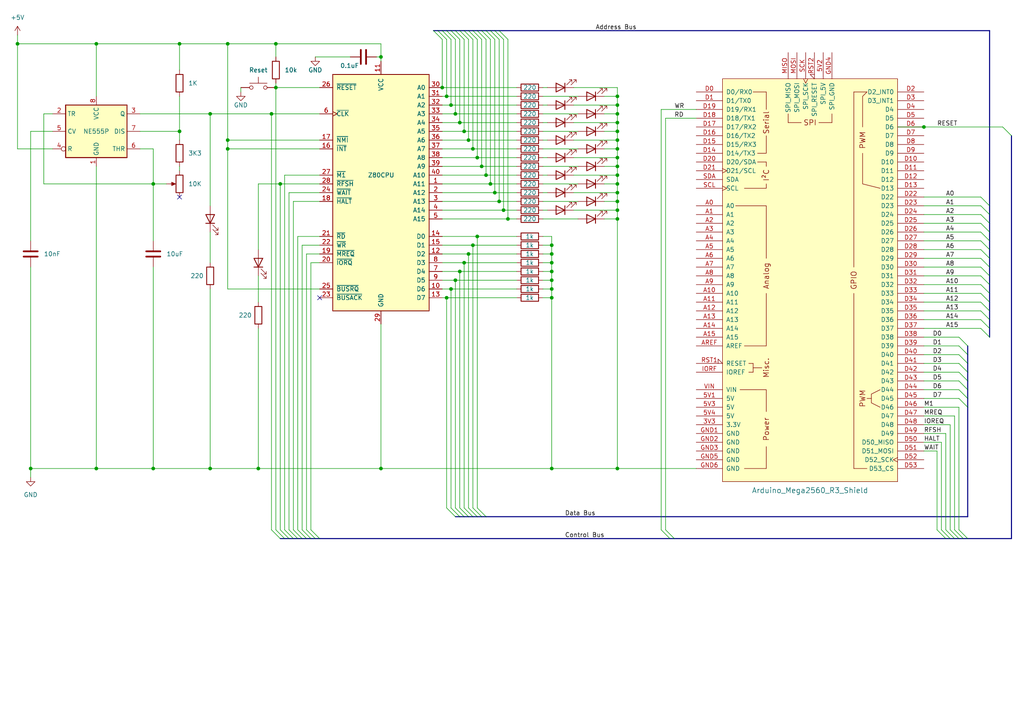
<source format=kicad_sch>
(kicad_sch (version 20230121) (generator eeschema)
  (paper "A4")
  (lib_symbols
    (symbol "CPU:Z80CPU" (pin_names (offset 1.016))
      (property "Reference" "U" (at -13.97 35.56 0))
      (property "Value" "Z80CPU" (at 6.35 35.56 0))
      (symbol "Z80CPU_0_1"
        (rectangle (start -13.97 34.29) (end 13.97 -34.29) (stroke (width 0.254)) (fill (type background)))
      )
      (symbol "Z80CPU_1_1"
        (pin output line (at 17.78 2.54 180) (length 3.81) (name "A11") (number "1"))
        (pin bidirectional line (at 17.78 -27.94 180) (length 3.81) (name "D6") (number "10"))
        (pin power_in line (at 0 38.1 270) (length 3.81) (name "VCC") (number "11"))
        (pin bidirectional line (at 17.78 -17.78 180) (length 3.81) (name "D2") (number "12"))
        (pin bidirectional line (at 17.78 -30.48 180) (length 3.81) (name "D7") (number "13"))
        (pin bidirectional line (at 17.78 -12.7 180) (length 3.81) (name "D0") (number "14"))
        (pin bidirectional line (at 17.78 -15.24 180) (length 3.81) (name "D1") (number "15"))
        (pin input line (at -17.78 12.7 0) (length 3.81) (name "~{INT}") (number "16"))
        (pin input line (at -17.78 15.24 0) (length 3.81) (name "~{NMI}") (number "17"))
        (pin output line (at -17.78 -2.54 0) (length 3.81) (name "~{HALT}") (number "18"))
        (pin output line (at -17.78 -17.78 0) (length 3.81) (name "~{MREQ}") (number "19"))
        (pin output line (at 17.78 0 180) (length 3.81) (name "A12") (number "2"))
        (pin output line (at -17.78 -20.32 0) (length 3.81) (name "~{IORQ}") (number "20"))
        (pin output line (at -17.78 -12.7 0) (length 3.81) (name "~{RD}") (number "21"))
        (pin output line (at -17.78 -15.24 0) (length 3.81) (name "~{WR}") (number "22"))
        (pin output line (at -17.78 -30.48 0) (length 3.81) (name "~{BUSACK}") (number "23"))
        (pin input line (at -17.78 0 0) (length 3.81) (name "~{WAIT}") (number "24"))
        (pin input line (at -17.78 -27.94 0) (length 3.81) (name "~{BUSRQ}") (number "25"))
        (pin input line (at -17.78 30.48 0) (length 3.81) (name "~{RESET}") (number "26"))
        (pin output line (at -17.78 5.08 0) (length 3.81) (name "~{M1}") (number "27"))
        (pin output line (at -17.78 2.54 0) (length 3.81) (name "~{RFSH}") (number "28"))
        (pin power_in line (at 0 -38.1 90) (length 3.81) (name "GND") (number "29"))
        (pin output line (at 17.78 -2.54 180) (length 3.81) (name "A13") (number "3"))
        (pin output line (at 17.78 30.48 180) (length 3.81) (name "A0") (number "30"))
        (pin output line (at 17.78 27.94 180) (length 3.81) (name "A1") (number "31"))
        (pin output line (at 17.78 25.4 180) (length 3.81) (name "A2") (number "32"))
        (pin output line (at 17.78 22.86 180) (length 3.81) (name "A3") (number "33"))
        (pin output line (at 17.78 20.32 180) (length 3.81) (name "A4") (number "34"))
        (pin output line (at 17.78 17.78 180) (length 3.81) (name "A5") (number "35"))
        (pin output line (at 17.78 15.24 180) (length 3.81) (name "A6") (number "36"))
        (pin output line (at 17.78 12.7 180) (length 3.81) (name "A7") (number "37"))
        (pin output line (at 17.78 10.16 180) (length 3.81) (name "A8") (number "38"))
        (pin output line (at 17.78 7.62 180) (length 3.81) (name "A9") (number "39"))
        (pin output line (at 17.78 -5.08 180) (length 3.81) (name "A14") (number "4"))
        (pin output line (at 17.78 5.08 180) (length 3.81) (name "A10") (number "40"))
        (pin output line (at 17.78 -7.62 180) (length 3.81) (name "A15") (number "5"))
        (pin input clock (at -17.78 22.86 0) (length 3.81) (name "~{CLK}") (number "6"))
        (pin bidirectional line (at 17.78 -22.86 180) (length 3.81) (name "D4") (number "7"))
        (pin bidirectional line (at 17.78 -20.32 180) (length 3.81) (name "D3") (number "8"))
        (pin bidirectional line (at 17.78 -25.4 180) (length 3.81) (name "D5") (number "9"))
      )
    )
    (symbol "Device:C" (pin_numbers hide) (pin_names (offset 0.254))
      (property "Reference" "C" (at 0.635 2.54 0))
      (property "Value" "C" (at 0.635 -2.54 0))
      (symbol "C_0_1"
        (polyline (pts (xy -2.032 -0.762) (xy 2.032 -0.762)) (stroke (width 0.508)))
        (polyline (pts (xy -2.032 0.762) (xy 2.032 0.762)) (stroke (width 0.508)))
      )
      (symbol "C_1_1"
        (pin passive line (at 0 3.81 270) (length 2.794) (name "~") (number "1"))
        (pin passive line (at 0 -3.81 90) (length 2.794) (name "~") (number "2"))
      )
    )
    (symbol "Device:LED" (pin_numbers hide) (pin_names (offset 1.016) hide)
      (property "Reference" "D" (at 0 2.54 0))
      (property "Value" "LED" (at 0 -2.54 0))
      (symbol "LED_0_1"
        (polyline (pts (xy -1.27 -1.27) (xy -1.27 1.27)) (stroke (width 0.254)))
        (polyline (pts (xy -1.27 0) (xy 1.27 0)))
        (polyline (pts (xy 1.27 -1.27) (xy 1.27 1.27) (xy -1.27 0) (xy 1.27 -1.27)) (stroke (width 0.254)))
        (polyline (pts (xy -3.048 -0.762) (xy -4.572 -2.286) (xy -3.81 -2.286) (xy -4.572 -2.286) (xy -4.572 -1.524)))
        (polyline (pts (xy -1.778 -0.762) (xy -3.302 -2.286) (xy -2.54 -2.286) (xy -3.302 -2.286) (xy -3.302 -1.524)))
      )
      (symbol "LED_1_1"
        (pin passive line (at -3.81 0 0) (length 2.54) (name "K") (number "1"))
        (pin passive line (at 3.81 0 180) (length 2.54) (name "A") (number "2"))
      )
    )
    (symbol "Device:R" (pin_numbers hide) (pin_names (offset 0))
      (property "Reference" "R" (at 2.032 0 90))
      (property "Value" "R" (at 0 0 90))
      (symbol "R_0_1"
        (rectangle (start -1.016 -2.54) (end 1.016 2.54) (stroke (width 0.254)))
      )
      (symbol "R_1_1"
        (pin passive line (at 0 3.81 270) (length 1.27) (name "~") (number "1"))
        (pin passive line (at 0 -3.81 90) (length 1.27) (name "~") (number "2"))
      )
    )
    (symbol "Device:R_Potentiometer" (pin_numbers hide) (pin_names (offset 1.016) hide)
      (property "Reference" "RV" (at -4.445 0 90))
      (property "Value" "R_Potentiometer" (at -2.54 0 90))
      (symbol "R_Potentiometer_0_1"
        (polyline (pts (xy 2.54 0) (xy 1.524 0)))
        (polyline (pts (xy 1.143 0) (xy 2.286 0.508) (xy 2.286 -0.508) (xy 1.143 0)) (fill (type outline)))
        (rectangle (start 1.016 2.54) (end -1.016 -2.54) (stroke (width 0.254)))
      )
      (symbol "R_Potentiometer_1_1"
        (pin passive line (at 0 3.81 270) (length 1.27) (name "1") (number "1"))
        (pin passive line (at 3.81 0 180) (length 1.27) (name "2") (number "2"))
        (pin passive line (at 0 -3.81 90) (length 1.27) (name "3") (number "3"))
      )
    )
    (symbol "GND_1" (power) (pin_numbers hide) (pin_names (offset 0) hide)
      (property "Value" "GND_1" (at 0 -3.81 0))
      (symbol "GND_1_0_1"
        (polyline (pts (xy 0 0) (xy 0 -1.27) (xy 1.27 -1.27) (xy 0 -2.54) (xy -1.27 -1.27) (xy 0 -1.27)))
      )
      (symbol "GND_1_1_1"
        (pin power_in line (at 0 0 270) (length 0) hide (name "GND") (number "1"))
      )
    )
    (symbol "PCM_arduino-library:Arduino_Mega2560_R3_Shield" (pin_names (offset 1.016))
      (property "Reference" "A" (at 0 -62.23 0))
      (property "Value" "Arduino_Mega2560_R3_Shield" (at 0 -66.04 0))
      (symbol "Arduino_Mega2560_R3_Shield_0_0"
        (rectangle (start -25.4 -58.42) (end 25.4 58.42) (fill (type background)))
        (rectangle (start -20.32 -31.75) (end -12.7 -31.75))
        (rectangle (start -19.05 -54.61) (end -12.7 -54.61))
        (rectangle (start -19.05 -19.05) (end -12.7 -19.05))
        (rectangle (start -19.05 26.67) (end -12.7 26.67))
        (rectangle (start -17.78 -26.67) (end -16.51 -26.67))
        (rectangle (start -17.78 -24.13) (end -16.51 -24.13))
        (rectangle (start -16.51 -25.4) (end -13.97 -25.4))
        (rectangle (start -16.51 -24.13) (end -16.51 -26.67))
        (rectangle (start -16.51 54.61) (end -12.7 54.61))
        (rectangle (start -15.24 34.29) (end -12.7 34.29))
        (rectangle (start -15.24 36.83) (end -12.7 36.83))
        (rectangle (start -12.7 -54.61) (end -12.7 -48.26))
        (rectangle (start -12.7 -31.75) (end -12.7 -38.1))
        (rectangle (start -12.7 26.67) (end -12.7 27.94))
        (rectangle (start -12.7 34.29) (end -12.7 33.02))
        (rectangle (start -12.7 41.91) (end -12.7 36.83))
        (rectangle (start -12.7 49.53) (end -12.7 54.61))
        (rectangle (start -6.35 48.26) (end -6.35 45.72))
        (rectangle (start -2.54 45.72) (end -6.35 45.72))
        (polyline (pts (xy -21.59 21.59) (xy -12.7 21.59)))
        (polyline (pts (xy -12.7 -19.05) (xy -12.7 -3.81)))
        (polyline (pts (xy -12.7 6.35) (xy -12.7 21.59)))
        (polyline (pts (xy 12.7 -54.61) (xy 16.51 -54.61)))
        (polyline (pts (xy 12.7 54.61) (xy 16.51 54.61)))
        (polyline (pts (xy 17.78 -34.29) (xy 16.51 -34.29)))
        (polyline (pts (xy 15.24 36.83) (xy 15.24 27.94) (xy 20.32 26.67)))
        (polyline (pts (xy 15.24 44.45) (xy 15.24 53.34) (xy 16.51 54.61)))
        (polyline (pts (xy 20.32 -31.75) (xy 17.78 -33.02) (xy 17.78 -35.56) (xy 20.32 -36.83)))
        (rectangle (start 6.35 45.72) (end 2.54 45.72))
        (rectangle (start 6.35 48.26) (end 6.35 45.72))
        (text "Analog" (at -12.7 1.27 900) (effects (font (size 1.524 1.524))))
        (text "I²C" (at -12.7 30.48 900) (effects (font (size 1.524 1.524))))
        (text "Misc." (at -12.7 -25.4 900) (effects (font (size 1.524 1.524))))
        (text "Power" (at -12.7 -43.18 900) (effects (font (size 1.524 1.524))))
        (text "PWM" (at 15.24 -34.29 900) (effects (font (size 1.524 1.524))))
        (text "PWM" (at 15.24 40.64 900) (effects (font (size 1.524 1.524))))
        (text "Serial" (at -12.7 45.72 900) (effects (font (size 1.524 1.524))))
        (text "SPI" (at 0 45.72 0) (effects (font (size 1.524 1.524))))
      )
      (symbol "Arduino_Mega2560_R3_Shield_1_0"
        (rectangle (start 12.7 -54.61) (end 12.7 -3.81))
        (rectangle (start 12.7 54.61) (end 12.7 3.81))
        (text "GPIO" (at 12.7 0 900) (effects (font (size 1.524 1.524))))
      )
      (symbol "Arduino_Mega2560_R3_Shield_1_1"
        (pin power_out line (at -33.02 -41.91 0) (length 7.62) (name "3.3V") (number "3V3"))
        (pin power_in line (at -33.02 -34.29 0) (length 7.62) (name "5V") (number "5V1"))
        (pin power_in line (at 3.81 66.04 270) (length 7.62) (name "SPI_5V") (number "5V2"))
        (pin power_in line (at -33.02 -36.83 0) (length 7.62) (name "5V") (number "5V3"))
        (pin power_in line (at -33.02 -39.37 0) (length 7.62) (name "5V") (number "5V4"))
        (pin bidirectional line (at -33.02 21.59 0) (length 7.62) (name "A0") (number "A0"))
        (pin bidirectional line (at -33.02 19.05 0) (length 7.62) (name "A1") (number "A1"))
        (pin bidirectional line (at -33.02 -3.81 0) (length 7.62) (name "A10") (number "A10"))
        (pin bidirectional line (at -33.02 -6.35 0) (length 7.62) (name "A11") (number "A11"))
        (pin bidirectional line (at -33.02 -8.89 0) (length 7.62) (name "A12") (number "A12"))
        (pin bidirectional line (at -33.02 -11.43 0) (length 7.62) (name "A13") (number "A13"))
        (pin bidirectional line (at -33.02 -13.97 0) (length 7.62) (name "A14") (number "A14"))
        (pin bidirectional line (at -33.02 -16.51 0) (length 7.62) (name "A15") (number "A15"))
        (pin bidirectional line (at -33.02 16.51 0) (length 7.62) (name "A2") (number "A2"))
        (pin bidirectional line (at -33.02 13.97 0) (length 7.62) (name "A3") (number "A3"))
        (pin bidirectional line (at -33.02 11.43 0) (length 7.62) (name "A4") (number "A4"))
        (pin bidirectional line (at -33.02 8.89 0) (length 7.62) (name "A5") (number "A5"))
        (pin bidirectional line (at -33.02 6.35 0) (length 7.62) (name "A6") (number "A6"))
        (pin bidirectional line (at -33.02 3.81 0) (length 7.62) (name "A7") (number "A7"))
        (pin bidirectional line (at -33.02 1.27 0) (length 7.62) (name "A8") (number "A8"))
        (pin bidirectional line (at -33.02 -1.27 0) (length 7.62) (name "A9") (number "A9"))
        (pin input line (at -33.02 -19.05 0) (length 7.62) (name "AREF") (number "AREF"))
        (pin bidirectional line (at -33.02 54.61 0) (length 7.62) (name "D0/RX0") (number "D0"))
        (pin bidirectional line (at -33.02 52.07 0) (length 7.62) (name "D1/TX0") (number "D1"))
        (pin bidirectional line (at 33.02 34.29 180) (length 7.62) (name "D10") (number "D10"))
        (pin bidirectional line (at 33.02 31.75 180) (length 7.62) (name "D11") (number "D11"))
        (pin bidirectional line (at 33.02 29.21 180) (length 7.62) (name "D12") (number "D12"))
        (pin bidirectional line (at 33.02 26.67 180) (length 7.62) (name "D13") (number "D13"))
        (pin bidirectional line (at -33.02 36.83 0) (length 7.62) (name "D14/TX3") (number "D14"))
        (pin bidirectional line (at -33.02 39.37 0) (length 7.62) (name "D15/RX3") (number "D15"))
        (pin bidirectional line (at -33.02 41.91 0) (length 7.62) (name "D16/TX2") (number "D16"))
        (pin bidirectional line (at -33.02 44.45 0) (length 7.62) (name "D17/RX2") (number "D17"))
        (pin bidirectional line (at -33.02 46.99 0) (length 7.62) (name "D18/TX1") (number "D18"))
        (pin bidirectional line (at -33.02 49.53 0) (length 7.62) (name "D19/RX1") (number "D19"))
        (pin bidirectional line (at 33.02 54.61 180) (length 7.62) (name "D2_INT0") (number "D2"))
        (pin bidirectional line (at -33.02 34.29 0) (length 7.62) (name "D20/SDA") (number "D20"))
        (pin bidirectional clock (at -33.02 31.75 0) (length 7.62) (name "D21/SCL") (number "D21"))
        (pin bidirectional line (at 33.02 24.13 180) (length 7.62) (name "D22") (number "D22"))
        (pin bidirectional line (at 33.02 21.59 180) (length 7.62) (name "D23") (number "D23"))
        (pin bidirectional line (at 33.02 19.05 180) (length 7.62) (name "D24") (number "D24"))
        (pin bidirectional line (at 33.02 16.51 180) (length 7.62) (name "D25") (number "D25"))
        (pin bidirectional line (at 33.02 13.97 180) (length 7.62) (name "D26") (number "D26"))
        (pin bidirectional line (at 33.02 11.43 180) (length 7.62) (name "D27") (number "D27"))
        (pin bidirectional line (at 33.02 8.89 180) (length 7.62) (name "D28") (number "D28"))
        (pin bidirectional line (at 33.02 6.35 180) (length 7.62) (name "D29") (number "D29"))
        (pin bidirectional line (at 33.02 52.07 180) (length 7.62) (name "D3_INT1") (number "D3"))
        (pin bidirectional line (at 33.02 3.81 180) (length 7.62) (name "D30") (number "D30"))
        (pin bidirectional line (at 33.02 1.27 180) (length 7.62) (name "D31") (number "D31"))
        (pin bidirectional line (at 33.02 -1.27 180) (length 7.62) (name "D32") (number "D32"))
        (pin bidirectional line (at 33.02 -3.81 180) (length 7.62) (name "D33") (number "D33"))
        (pin bidirectional line (at 33.02 -6.35 180) (length 7.62) (name "D34") (number "D34"))
        (pin bidirectional line (at 33.02 -8.89 180) (length 7.62) (name "D35") (number "D35"))
        (pin bidirectional line (at 33.02 -11.43 180) (length 7.62) (name "D36") (number "D36"))
        (pin bidirectional line (at 33.02 -13.97 180) (length 7.62) (name "D37") (number "D37"))
        (pin bidirectional line (at 33.02 -16.51 180) (length 7.62) (name "D38") (number "D38"))
        (pin bidirectional line (at 33.02 -19.05 180) (length 7.62) (name "D39") (number "D39"))
        (pin bidirectional line (at 33.02 49.53 180) (length 7.62) (name "D4") (number "D4"))
        (pin bidirectional line (at 33.02 -21.59 180) (length 7.62) (name "D40") (number "D40"))
        (pin bidirectional line (at 33.02 -24.13 180) (length 7.62) (name "D41") (number "D41"))
        (pin bidirectional line (at 33.02 -26.67 180) (length 7.62) (name "D42") (number "D42"))
        (pin bidirectional line (at 33.02 -29.21 180) (length 7.62) (name "D43") (number "D43"))
        (pin bidirectional line (at 33.02 -31.75 180) (length 7.62) (name "D44") (number "D44"))
        (pin bidirectional line (at 33.02 -34.29 180) (length 7.62) (name "D45") (number "D45"))
        (pin bidirectional line (at 33.02 -36.83 180) (length 7.62) (name "D46") (number "D46"))
        (pin bidirectional line (at 33.02 -39.37 180) (length 7.62) (name "D47") (number "D47"))
        (pin bidirectional line (at 33.02 -41.91 180) (length 7.62) (name "D48") (number "D48"))
        (pin bidirectional line (at 33.02 -44.45 180) (length 7.62) (name "D49") (number "D49"))
        (pin bidirectional line (at 33.02 46.99 180) (length 7.62) (name "D5") (number "D5"))
        (pin bidirectional line (at 33.02 -46.99 180) (length 7.62) (name "D50_MISO") (number "D50"))
        (pin bidirectional line (at 33.02 -49.53 180) (length 7.62) (name "D51_MOSI") (number "D51"))
        (pin bidirectional clock (at 33.02 -52.07 180) (length 7.62) (name "D52_SCK") (number "D52"))
        (pin bidirectional line (at 33.02 -54.61 180) (length 7.62) (name "D53_CS") (number "D53"))
        (pin bidirectional line (at 33.02 44.45 180) (length 7.62) (name "D6") (number "D6"))
        (pin bidirectional line (at 33.02 41.91 180) (length 7.62) (name "D7") (number "D7"))
        (pin bidirectional line (at 33.02 39.37 180) (length 7.62) (name "D8") (number "D8"))
        (pin bidirectional line (at 33.02 36.83 180) (length 7.62) (name "D9") (number "D9"))
        (pin power_in line (at -33.02 -44.45 0) (length 7.62) (name "GND") (number "GND1"))
        (pin power_in line (at -33.02 -46.99 0) (length 7.62) (name "GND") (number "GND2"))
        (pin power_in line (at -33.02 -49.53 0) (length 7.62) (name "GND") (number "GND3"))
        (pin power_in line (at 6.35 66.04 270) (length 7.62) (name "SPI_GND") (number "GND4"))
        (pin power_in line (at -33.02 -52.07 0) (length 7.62) (name "GND") (number "GND5"))
        (pin power_in line (at -33.02 -54.61 0) (length 7.62) (name "GND") (number "GND6"))
        (pin output line (at -33.02 -26.67 0) (length 7.62) (name "IOREF") (number "IORF"))
        (pin input line (at -6.35 66.04 270) (length 7.62) (name "SPI_MISO") (number "MISO"))
        (pin output line (at -3.81 66.04 270) (length 7.62) (name "SPI_MOSI") (number "MOSI"))
        (pin open_collector input_low (at -33.02 -24.13 0) (length 7.62) (name "RESET") (number "RST1"))
        (pin open_collector input_low (at 1.27 66.04 270) (length 7.62) (name "SPI_RESET") (number "RST2"))
        (pin output clock (at -1.27 66.04 270) (length 7.62) (name "SPI_SCK") (number "SCK"))
        (pin bidirectional clock (at -33.02 26.67 0) (length 7.62) (name "SCL") (number "SCL"))
        (pin bidirectional line (at -33.02 29.21 0) (length 7.62) (name "SDA") (number "SDA"))
        (pin power_in line (at -33.02 -31.75 0) (length 7.62) (name "VIN") (number "VIN"))
      )
    )
    (symbol "Switch:SW_Push" (pin_numbers hide) (pin_names (offset 1.016) hide)
      (property "Reference" "SW" (at 1.27 2.54 0))
      (property "Value" "SW_Push" (at 0 -1.524 0))
      (symbol "SW_Push_0_1"
        (circle (center -2.032 0) (radius 0.508))
        (polyline (pts (xy 0 1.27) (xy 0 3.048)))
        (polyline (pts (xy 2.54 1.27) (xy -2.54 1.27)))
        (circle (center 2.032 0) (radius 0.508))
        (pin passive line (at -5.08 0 0) (length 2.54) (name "1") (number "1"))
        (pin passive line (at 5.08 0 180) (length 2.54) (name "2") (number "2"))
      )
    )
    (symbol "Timer:NE555P"
      (property "Reference" "U" (at -10.16 8.89 0))
      (property "Value" "NE555P" (at 2.54 8.89 0))
      (symbol "NE555P_0_0"
        (pin power_in line (at 0 -10.16 90) (length 2.54) (name "GND") (number "1"))
        (pin power_in line (at 0 10.16 270) (length 2.54) (name "VCC") (number "8"))
      )
      (symbol "NE555P_0_1"
        (rectangle (start -8.89 -7.62) (end 8.89 7.62) (stroke (width 0.254)) (fill (type background)))
        (rectangle (start -8.89 -7.62) (end 8.89 7.62) (stroke (width 0.254)) (fill (type background)))
      )
      (symbol "NE555P_1_1"
        (pin input line (at -12.7 5.08 0) (length 3.81) (name "TR") (number "2"))
        (pin output line (at 12.7 5.08 180) (length 3.81) (name "Q") (number "3"))
        (pin input inverted (at -12.7 -5.08 0) (length 3.81) (name "R") (number "4"))
        (pin input line (at -12.7 0 0) (length 3.81) (name "CV") (number "5"))
        (pin input line (at 12.7 -5.08 180) (length 3.81) (name "THR") (number "6"))
        (pin input line (at 12.7 0 180) (length 3.81) (name "DIS") (number "7"))
      )
    )
    (symbol "power:+5V" (power) (pin_numbers hide) (pin_names (offset 0) hide)
      (property "Value" "+5V" (at 0 3.556 0))
      (symbol "+5V_0_1"
        (polyline (pts (xy -0.762 1.27) (xy 0 2.54)))
        (polyline (pts (xy 0 0) (xy 0 2.54)))
        (polyline (pts (xy 0 2.54) (xy 0.762 1.27)))
      )
      (symbol "+5V_1_1"
        (pin power_in line (at 0 0 90) (length 0) hide (name "+5V") (number "1"))
      )
    )
    (symbol "power:GND" (power) (pin_numbers hide) (pin_names (offset 0) hide)
      (property "Value" "GND" (at 0 -3.81 0))
      (symbol "GND_0_1"
        (polyline (pts (xy 0 0) (xy 0 -1.27) (xy 1.27 -1.27) (xy 0 -2.54) (xy -1.27 -1.27) (xy 0 -1.27)))
      )
      (symbol "GND_1_1"
        (pin power_in line (at 0 0 270) (length 0) hide (name "GND") (number "1"))
      )
    )
  )
  (junction (at 80.01 12.7))
  (junction (at 129.54 86.36))
  (junction (at 160.02 73.66))
  (junction (at 142.24 53.34))
  (junction (at 130.81 30.48))
  (junction (at 66.04 12.7))
  (junction (at 179.07 50.8))
  (junction (at 179.07 63.5))
  (junction (at 133.35 78.74))
  (junction (at 144.78 58.42))
  (junction (at 8.89 135.89))
  (junction (at 160.02 81.28))
  (junction (at 179.07 43.18))
  (junction (at 179.07 33.02))
  (junction (at 74.93 135.89))
  (junction (at 179.07 35.56))
  (junction (at 80.01 25.4))
  (junction (at 132.08 81.28))
  (junction (at 44.45 53.34))
  (junction (at 179.07 38.1))
  (junction (at 60.96 135.89))
  (junction (at 138.43 45.72))
  (junction (at 132.08 33.02))
  (junction (at 179.07 40.64))
  (junction (at 27.94 135.89))
  (junction (at 140.97 50.8))
  (junction (at 267.97 36.83))
  (junction (at 129.54 27.94))
  (junction (at 128.27 25.4))
  (junction (at 179.07 45.72))
  (junction (at 138.43 68.58))
  (junction (at 146.05 60.96))
  (junction (at 52.07 38.1))
  (junction (at 110.49 16.51))
  (junction (at 52.07 12.7))
  (junction (at 179.07 27.94))
  (junction (at 160.02 76.2))
  (junction (at 160.02 86.36))
  (junction (at 130.81 83.82))
  (junction (at 179.07 58.42))
  (junction (at 27.94 12.7))
  (junction (at 143.51 55.88))
  (junction (at 60.96 33.02))
  (junction (at 147.32 63.5))
  (junction (at 160.02 71.12))
  (junction (at 110.49 135.89))
  (junction (at 179.07 60.96))
  (junction (at 134.62 38.1))
  (junction (at 139.7 48.26))
  (junction (at 160.02 78.74))
  (junction (at 5.08 12.7))
  (junction (at 137.16 43.18))
  (junction (at 179.07 135.89))
  (junction (at 81.28 53.34))
  (junction (at 66.04 40.64))
  (junction (at 78.74 33.02))
  (junction (at 135.89 73.66))
  (junction (at 134.62 76.2))
  (junction (at 179.07 55.88))
  (junction (at 179.07 48.26))
  (junction (at 137.16 71.12))
  (junction (at 179.07 30.48))
  (junction (at 44.45 135.89))
  (junction (at 179.07 53.34))
  (junction (at 66.04 43.18))
  (junction (at 160.02 83.82))
  (junction (at 135.89 40.64))
  (junction (at 133.35 35.56))
  (junction (at 160.02 135.89))
  (no_connect (at 92.71 86.36))
  (no_connect (at 52.07 57.15))
  (bus_entry (at 284.48 57.15) (size 2.54 2.54))
  (bus_entry (at 134.62 147.32) (size 2.54 2.54))
  (bus_entry (at 284.48 64.77) (size 2.54 2.54))
  (bus_entry (at 274.32 153.67) (size 2.54 2.54))
  (bus_entry (at 284.48 59.69) (size 2.54 2.54))
  (bus_entry (at 278.13 100.33) (size 2.54 2.54))
  (bus_entry (at 134.62 8.89) (size 2.54 2.54))
  (bus_entry (at 137.16 8.89) (size 2.54 2.54))
  (bus_entry (at 138.43 8.89) (size 2.54 2.54))
  (bus_entry (at 133.35 8.89) (size 2.54 2.54))
  (bus_entry (at 88.9 153.67) (size 2.54 2.54))
  (bus_entry (at 140.97 8.89) (size 2.54 2.54))
  (bus_entry (at 132.08 147.32) (size 2.54 2.54))
  (bus_entry (at 127 8.89) (size 2.54 2.54))
  (bus_entry (at 278.13 153.67) (size 2.54 2.54))
  (bus_entry (at 284.48 90.17) (size 2.54 2.54))
  (bus_entry (at 276.86 153.67) (size 2.54 2.54))
  (bus_entry (at 125.73 8.89) (size 2.54 2.54))
  (bus_entry (at 86.36 153.67) (size 2.54 2.54))
  (bus_entry (at 271.78 153.67) (size 2.54 2.54))
  (bus_entry (at 290.83 36.83) (size 2.54 2.54))
  (bus_entry (at 128.27 8.89) (size 2.54 2.54))
  (bus_entry (at 275.59 153.67) (size 2.54 2.54))
  (bus_entry (at 278.13 102.87) (size 2.54 2.54))
  (bus_entry (at 129.54 147.32) (size 2.54 2.54))
  (bus_entry (at 143.51 8.89) (size 2.54 2.54))
  (bus_entry (at 284.48 72.39) (size 2.54 2.54))
  (bus_entry (at 191.77 153.67) (size 2.54 2.54))
  (bus_entry (at 284.48 62.23) (size 2.54 2.54))
  (bus_entry (at 278.13 107.95) (size 2.54 2.54))
  (bus_entry (at 144.78 8.89) (size 2.54 2.54))
  (bus_entry (at 284.48 85.09) (size 2.54 2.54))
  (bus_entry (at 284.48 87.63) (size 2.54 2.54))
  (bus_entry (at 132.08 8.89) (size 2.54 2.54))
  (bus_entry (at 284.48 74.93) (size 2.54 2.54))
  (bus_entry (at 129.54 8.89) (size 2.54 2.54))
  (bus_entry (at 284.48 69.85) (size 2.54 2.54))
  (bus_entry (at 284.48 77.47) (size 2.54 2.54))
  (bus_entry (at 284.48 95.25) (size 2.54 2.54))
  (bus_entry (at 90.17 153.67) (size 2.54 2.54))
  (bus_entry (at 278.13 115.57) (size 2.54 2.54))
  (bus_entry (at 284.48 92.71) (size 2.54 2.54))
  (bus_entry (at 137.16 147.32) (size 2.54 2.54))
  (bus_entry (at 278.13 110.49) (size 2.54 2.54))
  (bus_entry (at 284.48 80.01) (size 2.54 2.54))
  (bus_entry (at 278.13 105.41) (size 2.54 2.54))
  (bus_entry (at 135.89 147.32) (size 2.54 2.54))
  (bus_entry (at 139.7 8.89) (size 2.54 2.54))
  (bus_entry (at 85.09 153.67) (size 2.54 2.54))
  (bus_entry (at 82.55 153.67) (size 2.54 2.54))
  (bus_entry (at 78.74 153.67) (size 2.54 2.54))
  (bus_entry (at 130.81 8.89) (size 2.54 2.54))
  (bus_entry (at 133.35 147.32) (size 2.54 2.54))
  (bus_entry (at 284.48 67.31) (size 2.54 2.54))
  (bus_entry (at 284.48 82.55) (size 2.54 2.54))
  (bus_entry (at 142.24 8.89) (size 2.54 2.54))
  (bus_entry (at 87.63 153.67) (size 2.54 2.54))
  (bus_entry (at 80.01 153.67) (size 2.54 2.54))
  (bus_entry (at 135.89 8.89) (size 2.54 2.54))
  (bus_entry (at 273.05 153.67) (size 2.54 2.54))
  (bus_entry (at 138.43 147.32) (size 2.54 2.54))
  (bus_entry (at 83.82 153.67) (size 2.54 2.54))
  (bus_entry (at 278.13 97.79) (size 2.54 2.54))
  (bus_entry (at 278.13 113.03) (size 2.54 2.54))
  (bus_entry (at 130.81 147.32) (size 2.54 2.54))
  (bus_entry (at 193.04 153.67) (size 2.54 2.54))
  (bus_entry (at 81.28 153.67) (size 2.54 2.54))
  (wire (pts (xy 160.02 81.28) (xy 160.02 83.82)))
  (wire (pts (xy 128.27 68.58) (xy 138.43 68.58)))
  (wire (pts (xy 60.96 67.31) (xy 60.96 76.2)))
  (wire (pts (xy 139.7 48.26) (xy 149.86 48.26)))
  (bus (pts (xy 279.4 156.21) (xy 280.67 156.21)))
  (wire (pts (xy 74.93 80.01) (xy 74.93 87.63)))
  (wire (pts (xy 133.35 78.74) (xy 133.35 147.32)))
  (bus (pts (xy 287.02 69.85) (xy 287.02 72.39)))
  (wire (pts (xy 78.74 33.02) (xy 92.71 33.02)))
  (wire (pts (xy 128.27 45.72) (xy 138.43 45.72)))
  (bus (pts (xy 287.02 8.89) (xy 287.02 59.69)))
  (wire (pts (xy 130.81 83.82) (xy 149.86 83.82)))
  (wire (pts (xy 66.04 40.64) (xy 92.71 40.64)))
  (wire (pts (xy 137.16 71.12) (xy 137.16 147.32)))
  (wire (pts (xy 273.05 128.27) (xy 267.97 128.27)))
  (wire (pts (xy 179.07 33.02) (xy 179.07 35.56)))
  (wire (pts (xy 157.48 27.94) (xy 167.64 27.94)))
  (bus (pts (xy 135.89 8.89) (xy 137.16 8.89)))
  (wire (pts (xy 134.62 11.43) (xy 134.62 38.1)))
  (bus (pts (xy 132.08 149.86) (xy 133.35 149.86)))
  (wire (pts (xy 135.89 11.43) (xy 135.89 40.64)))
  (wire (pts (xy 147.32 63.5) (xy 149.86 63.5)))
  (wire (pts (xy 74.93 95.25) (xy 74.93 135.89)))
  (wire (pts (xy 271.78 130.81) (xy 267.97 130.81)))
  (wire (pts (xy 129.54 11.43) (xy 129.54 27.94)))
  (wire (pts (xy 160.02 86.36) (xy 160.02 135.89)))
  (wire (pts (xy 52.07 12.7) (xy 52.07 20.32)))
  (bus (pts (xy 287.02 80.01) (xy 287.02 82.55)))
  (wire (pts (xy 74.93 135.89) (xy 110.49 135.89)))
  (bus (pts (xy 142.24 8.89) (xy 143.51 8.89)))
  (wire (pts (xy 267.97 105.41) (xy 278.13 105.41)))
  (wire (pts (xy 267.97 85.09) (xy 284.48 85.09)))
  (wire (pts (xy 27.94 12.7) (xy 52.07 12.7)))
  (wire (pts (xy 110.49 135.89) (xy 160.02 135.89)))
  (wire (pts (xy 27.94 135.89) (xy 44.45 135.89)))
  (bus (pts (xy 140.97 149.86) (xy 280.67 149.86)))
  (wire (pts (xy 144.78 58.42) (xy 149.86 58.42)))
  (bus (pts (xy 86.36 156.21) (xy 87.63 156.21)))
  (wire (pts (xy 81.28 53.34) (xy 74.93 53.34)))
  (wire (pts (xy 128.27 48.26) (xy 139.7 48.26)))
  (bus (pts (xy 276.86 156.21) (xy 278.13 156.21)))
  (bus (pts (xy 83.82 156.21) (xy 85.09 156.21)))
  (wire (pts (xy 157.48 73.66) (xy 160.02 73.66)))
  (wire (pts (xy 267.97 107.95) (xy 278.13 107.95)))
  (wire (pts (xy 138.43 68.58) (xy 138.43 147.32)))
  (wire (pts (xy 8.89 77.47) (xy 8.89 135.89)))
  (wire (pts (xy 179.07 60.96) (xy 179.07 63.5)))
  (wire (pts (xy 40.64 33.02) (xy 60.96 33.02)))
  (wire (pts (xy 130.81 30.48) (xy 149.86 30.48)))
  (wire (pts (xy 5.08 12.7) (xy 27.94 12.7)))
  (wire (pts (xy 267.97 64.77) (xy 284.48 64.77)))
  (wire (pts (xy 8.89 135.89) (xy 27.94 135.89)))
  (bus (pts (xy 195.58 156.21) (xy 274.32 156.21)))
  (wire (pts (xy 128.27 25.4) (xy 149.86 25.4)))
  (wire (pts (xy 92.71 53.34) (xy 81.28 53.34)))
  (wire (pts (xy 5.08 10.16) (xy 5.08 12.7)))
  (wire (pts (xy 91.44 16.51) (xy 101.6 16.51)))
  (wire (pts (xy 275.59 123.19) (xy 267.97 123.19)))
  (wire (pts (xy 160.02 76.2) (xy 160.02 78.74)))
  (wire (pts (xy 129.54 86.36) (xy 149.86 86.36)))
  (wire (pts (xy 157.48 25.4) (xy 158.75 25.4)))
  (wire (pts (xy 157.48 76.2) (xy 160.02 76.2)))
  (wire (pts (xy 128.27 40.64) (xy 135.89 40.64)))
  (wire (pts (xy 8.89 38.1) (xy 15.24 38.1)))
  (wire (pts (xy 66.04 12.7) (xy 66.04 40.64)))
  (wire (pts (xy 157.48 60.96) (xy 158.75 60.96)))
  (bus (pts (xy 287.02 85.09) (xy 287.02 87.63)))
  (bus (pts (xy 287.02 74.93) (xy 287.02 77.47)))
  (wire (pts (xy 134.62 76.2) (xy 149.86 76.2)))
  (bus (pts (xy 280.67 115.57) (xy 280.67 118.11)))
  (bus (pts (xy 128.27 8.89) (xy 129.54 8.89)))
  (wire (pts (xy 128.27 58.42) (xy 144.78 58.42)))
  (wire (pts (xy 267.97 95.25) (xy 284.48 95.25)))
  (wire (pts (xy 278.13 153.67) (xy 278.13 118.11)))
  (wire (pts (xy 179.07 63.5) (xy 179.07 135.89)))
  (wire (pts (xy 175.26 48.26) (xy 179.07 48.26)))
  (wire (pts (xy 157.48 35.56) (xy 158.75 35.56)))
  (wire (pts (xy 201.93 31.75) (xy 191.77 31.75)))
  (wire (pts (xy 133.35 11.43) (xy 133.35 35.56)))
  (wire (pts (xy 160.02 83.82) (xy 160.02 86.36)))
  (wire (pts (xy 60.96 33.02) (xy 78.74 33.02)))
  (wire (pts (xy 86.36 68.58) (xy 86.36 153.67)))
  (wire (pts (xy 27.94 12.7) (xy 27.94 27.94)))
  (wire (pts (xy 129.54 27.94) (xy 149.86 27.94)))
  (wire (pts (xy 157.48 50.8) (xy 158.75 50.8)))
  (wire (pts (xy 166.37 60.96) (xy 179.07 60.96)))
  (wire (pts (xy 166.37 40.64) (xy 179.07 40.64)))
  (wire (pts (xy 274.32 125.73) (xy 267.97 125.73)))
  (bus (pts (xy 81.28 156.21) (xy 82.55 156.21)))
  (wire (pts (xy 52.07 27.94) (xy 52.07 38.1)))
  (wire (pts (xy 167.64 33.02) (xy 157.48 33.02)))
  (bus (pts (xy 132.08 8.89) (xy 133.35 8.89)))
  (wire (pts (xy 66.04 83.82) (xy 92.71 83.82)))
  (wire (pts (xy 135.89 40.64) (xy 149.86 40.64)))
  (wire (pts (xy 128.27 63.5) (xy 147.32 63.5)))
  (wire (pts (xy 175.26 38.1) (xy 179.07 38.1)))
  (wire (pts (xy 267.97 36.83) (xy 290.83 36.83)))
  (wire (pts (xy 92.71 50.8) (xy 82.55 50.8)))
  (wire (pts (xy 128.27 33.02) (xy 132.08 33.02)))
  (wire (pts (xy 130.81 83.82) (xy 130.81 147.32)))
  (wire (pts (xy 166.37 55.88) (xy 179.07 55.88)))
  (wire (pts (xy 80.01 25.4) (xy 80.01 153.67)))
  (wire (pts (xy 157.48 68.58) (xy 160.02 68.58)))
  (wire (pts (xy 15.24 33.02) (xy 12.7 33.02)))
  (wire (pts (xy 191.77 31.75) (xy 191.77 153.67)))
  (wire (pts (xy 175.26 33.02) (xy 179.07 33.02)))
  (wire (pts (xy 140.97 11.43) (xy 140.97 50.8)))
  (wire (pts (xy 60.96 33.02) (xy 60.96 59.69)))
  (wire (pts (xy 60.96 135.89) (xy 74.93 135.89)))
  (bus (pts (xy 287.02 77.47) (xy 287.02 80.01)))
  (wire (pts (xy 80.01 24.13) (xy 80.01 25.4)))
  (wire (pts (xy 179.07 50.8) (xy 179.07 53.34)))
  (bus (pts (xy 138.43 149.86) (xy 139.7 149.86)))
  (wire (pts (xy 5.08 12.7) (xy 5.08 43.18)))
  (wire (pts (xy 193.04 153.67) (xy 193.04 34.29)))
  (wire (pts (xy 88.9 153.67) (xy 88.9 73.66)))
  (wire (pts (xy 267.97 62.23) (xy 284.48 62.23)))
  (wire (pts (xy 201.93 135.89) (xy 179.07 135.89)))
  (wire (pts (xy 128.27 60.96) (xy 146.05 60.96)))
  (wire (pts (xy 160.02 78.74) (xy 160.02 81.28)))
  (wire (pts (xy 166.37 45.72) (xy 179.07 45.72)))
  (bus (pts (xy 280.67 110.49) (xy 280.67 113.03)))
  (wire (pts (xy 27.94 48.26) (xy 27.94 135.89)))
  (wire (pts (xy 128.27 81.28) (xy 132.08 81.28)))
  (wire (pts (xy 179.07 38.1) (xy 179.07 40.64)))
  (bus (pts (xy 143.51 8.89) (xy 144.78 8.89)))
  (wire (pts (xy 133.35 35.56) (xy 149.86 35.56)))
  (wire (pts (xy 140.97 50.8) (xy 149.86 50.8)))
  (wire (pts (xy 128.27 50.8) (xy 140.97 50.8)))
  (wire (pts (xy 179.07 53.34) (xy 179.07 55.88)))
  (bus (pts (xy 280.67 113.03) (xy 280.67 115.57)))
  (wire (pts (xy 130.81 11.43) (xy 130.81 30.48)))
  (wire (pts (xy 12.7 53.34) (xy 44.45 53.34)))
  (wire (pts (xy 128.27 35.56) (xy 133.35 35.56)))
  (wire (pts (xy 267.97 80.01) (xy 284.48 80.01)))
  (wire (pts (xy 157.48 45.72) (xy 158.75 45.72)))
  (wire (pts (xy 179.07 27.94) (xy 179.07 30.48)))
  (wire (pts (xy 74.93 53.34) (xy 74.93 72.39)))
  (wire (pts (xy 139.7 11.43) (xy 139.7 48.26)))
  (wire (pts (xy 80.01 12.7) (xy 110.49 12.7)))
  (bus (pts (xy 144.78 8.89) (xy 287.02 8.89)))
  (bus (pts (xy 287.02 72.39) (xy 287.02 74.93)))
  (bus (pts (xy 139.7 149.86) (xy 140.97 149.86)))
  (wire (pts (xy 267.97 102.87) (xy 278.13 102.87)))
  (bus (pts (xy 139.7 8.89) (xy 140.97 8.89)))
  (bus (pts (xy 125.73 8.89) (xy 127 8.89)))
  (bus (pts (xy 130.81 8.89) (xy 132.08 8.89)))
  (bus (pts (xy 82.55 156.21) (xy 83.82 156.21)))
  (wire (pts (xy 143.51 11.43) (xy 143.51 55.88)))
  (wire (pts (xy 166.37 25.4) (xy 179.07 25.4)))
  (wire (pts (xy 132.08 11.43) (xy 132.08 33.02)))
  (wire (pts (xy 66.04 12.7) (xy 80.01 12.7)))
  (bus (pts (xy 135.89 149.86) (xy 137.16 149.86)))
  (wire (pts (xy 144.78 11.43) (xy 144.78 58.42)))
  (bus (pts (xy 287.02 62.23) (xy 287.02 64.77)))
  (wire (pts (xy 175.26 63.5) (xy 179.07 63.5)))
  (wire (pts (xy 128.27 76.2) (xy 134.62 76.2)))
  (wire (pts (xy 128.27 55.88) (xy 143.51 55.88)))
  (bus (pts (xy 287.02 59.69) (xy 287.02 62.23)))
  (wire (pts (xy 157.48 48.26) (xy 167.64 48.26)))
  (wire (pts (xy 137.16 43.18) (xy 149.86 43.18)))
  (wire (pts (xy 132.08 81.28) (xy 149.86 81.28)))
  (bus (pts (xy 287.02 87.63) (xy 287.02 90.17)))
  (wire (pts (xy 157.48 71.12) (xy 160.02 71.12)))
  (wire (pts (xy 267.97 100.33) (xy 278.13 100.33)))
  (wire (pts (xy 92.71 71.12) (xy 87.63 71.12)))
  (wire (pts (xy 132.08 33.02) (xy 149.86 33.02)))
  (wire (pts (xy 138.43 45.72) (xy 149.86 45.72)))
  (wire (pts (xy 267.97 87.63) (xy 284.48 87.63)))
  (wire (pts (xy 271.78 153.67) (xy 271.78 130.81)))
  (wire (pts (xy 278.13 118.11) (xy 267.97 118.11)))
  (bus (pts (xy 87.63 156.21) (xy 88.9 156.21)))
  (wire (pts (xy 78.74 33.02) (xy 78.74 153.67)))
  (bus (pts (xy 129.54 8.89) (xy 130.81 8.89)))
  (wire (pts (xy 260.35 36.83) (xy 267.97 36.83)))
  (wire (pts (xy 267.97 92.71) (xy 284.48 92.71)))
  (wire (pts (xy 92.71 68.58) (xy 86.36 68.58)))
  (wire (pts (xy 166.37 35.56) (xy 179.07 35.56)))
  (bus (pts (xy 91.44 156.21) (xy 92.71 156.21)))
  (wire (pts (xy 128.27 73.66) (xy 135.89 73.66)))
  (bus (pts (xy 85.09 156.21) (xy 86.36 156.21)))
  (bus (pts (xy 137.16 8.89) (xy 138.43 8.89)))
  (wire (pts (xy 143.51 55.88) (xy 149.86 55.88)))
  (bus (pts (xy 134.62 149.86) (xy 135.89 149.86)))
  (wire (pts (xy 80.01 12.7) (xy 80.01 16.51)))
  (wire (pts (xy 157.48 30.48) (xy 158.75 30.48)))
  (bus (pts (xy 280.67 156.21) (xy 293.37 156.21)))
  (wire (pts (xy 157.48 86.36) (xy 160.02 86.36)))
  (wire (pts (xy 90.17 76.2) (xy 92.71 76.2)))
  (wire (pts (xy 157.48 58.42) (xy 167.64 58.42)))
  (bus (pts (xy 92.71 156.21) (xy 194.31 156.21)))
  (wire (pts (xy 157.48 63.5) (xy 167.64 63.5)))
  (wire (pts (xy 146.05 60.96) (xy 149.86 60.96)))
  (wire (pts (xy 40.64 43.18) (xy 44.45 43.18)))
  (wire (pts (xy 276.86 120.65) (xy 267.97 120.65)))
  (bus (pts (xy 274.32 156.21) (xy 275.59 156.21)))
  (wire (pts (xy 110.49 135.89) (xy 110.49 93.98)))
  (bus (pts (xy 133.35 8.89) (xy 134.62 8.89)))
  (wire (pts (xy 179.07 45.72) (xy 179.07 48.26)))
  (wire (pts (xy 157.48 81.28) (xy 160.02 81.28)))
  (wire (pts (xy 267.97 113.03) (xy 278.13 113.03)))
  (wire (pts (xy 175.26 58.42) (xy 179.07 58.42)))
  (wire (pts (xy 52.07 12.7) (xy 66.04 12.7)))
  (wire (pts (xy 142.24 11.43) (xy 142.24 53.34)))
  (wire (pts (xy 138.43 68.58) (xy 149.86 68.58)))
  (wire (pts (xy 275.59 153.67) (xy 275.59 123.19)))
  (wire (pts (xy 128.27 86.36) (xy 129.54 86.36)))
  (wire (pts (xy 110.49 16.51) (xy 110.49 17.78)))
  (bus (pts (xy 293.37 39.37) (xy 293.37 156.21)))
  (wire (pts (xy 129.54 86.36) (xy 129.54 147.32)))
  (bus (pts (xy 287.02 67.31) (xy 287.02 69.85)))
  (wire (pts (xy 87.63 71.12) (xy 87.63 153.67)))
  (wire (pts (xy 179.07 25.4) (xy 179.07 27.94)))
  (wire (pts (xy 92.71 58.42) (xy 85.09 58.42)))
  (wire (pts (xy 160.02 73.66) (xy 160.02 76.2)))
  (bus (pts (xy 280.67 102.87) (xy 280.67 105.41)))
  (wire (pts (xy 80.01 25.4) (xy 92.71 25.4)))
  (wire (pts (xy 69.85 26.67) (xy 69.85 25.4)))
  (wire (pts (xy 66.04 43.18) (xy 66.04 83.82)))
  (wire (pts (xy 175.26 27.94) (xy 179.07 27.94)))
  (wire (pts (xy 193.04 34.29) (xy 201.93 34.29)))
  (wire (pts (xy 83.82 55.88) (xy 83.82 153.67)))
  (wire (pts (xy 81.28 53.34) (xy 81.28 153.67)))
  (wire (pts (xy 267.97 69.85) (xy 284.48 69.85)))
  (wire (pts (xy 137.16 71.12) (xy 149.86 71.12)))
  (wire (pts (xy 276.86 153.67) (xy 276.86 120.65)))
  (wire (pts (xy 44.45 43.18) (xy 44.45 53.34)))
  (wire (pts (xy 142.24 53.34) (xy 149.86 53.34)))
  (wire (pts (xy 137.16 11.43) (xy 137.16 43.18)))
  (bus (pts (xy 287.02 90.17) (xy 287.02 92.71)))
  (wire (pts (xy 40.64 38.1) (xy 52.07 38.1)))
  (wire (pts (xy 134.62 76.2) (xy 134.62 147.32)))
  (wire (pts (xy 128.27 30.48) (xy 130.81 30.48)))
  (wire (pts (xy 82.55 50.8) (xy 82.55 153.67)))
  (wire (pts (xy 167.64 38.1) (xy 157.48 38.1)))
  (wire (pts (xy 267.97 90.17) (xy 284.48 90.17)))
  (bus (pts (xy 280.67 118.11) (xy 280.67 149.86)))
  (wire (pts (xy 60.96 83.82) (xy 60.96 135.89)))
  (wire (pts (xy 179.07 48.26) (xy 179.07 50.8)))
  (wire (pts (xy 15.24 43.18) (xy 5.08 43.18)))
  (wire (pts (xy 179.07 35.56) (xy 179.07 38.1)))
  (bus (pts (xy 138.43 8.89) (xy 139.7 8.89)))
  (wire (pts (xy 166.37 50.8) (xy 179.07 50.8)))
  (wire (pts (xy 157.48 78.74) (xy 160.02 78.74)))
  (wire (pts (xy 128.27 11.43) (xy 128.27 25.4)))
  (bus (pts (xy 134.62 8.89) (xy 135.89 8.89)))
  (wire (pts (xy 146.05 11.43) (xy 146.05 60.96)))
  (wire (pts (xy 179.07 55.88) (xy 179.07 58.42)))
  (wire (pts (xy 135.89 73.66) (xy 135.89 147.32)))
  (wire (pts (xy 179.07 30.48) (xy 179.07 33.02)))
  (wire (pts (xy 128.27 27.94) (xy 129.54 27.94)))
  (bus (pts (xy 278.13 156.21) (xy 279.4 156.21)))
  (wire (pts (xy 128.27 78.74) (xy 133.35 78.74)))
  (wire (pts (xy 267.97 74.93) (xy 284.48 74.93)))
  (bus (pts (xy 287.02 95.25) (xy 287.02 97.79)))
  (wire (pts (xy 273.05 153.67) (xy 273.05 128.27)))
  (wire (pts (xy 52.07 48.26) (xy 52.07 49.53)))
  (wire (pts (xy 157.48 53.34) (xy 167.64 53.34)))
  (wire (pts (xy 267.97 72.39) (xy 284.48 72.39)))
  (wire (pts (xy 157.48 83.82) (xy 160.02 83.82)))
  (wire (pts (xy 166.37 30.48) (xy 179.07 30.48)))
  (wire (pts (xy 175.26 43.18) (xy 179.07 43.18)))
  (wire (pts (xy 109.22 16.51) (xy 110.49 16.51)))
  (wire (pts (xy 128.27 38.1) (xy 134.62 38.1)))
  (wire (pts (xy 44.45 53.34) (xy 44.45 69.85)))
  (wire (pts (xy 179.07 43.18) (xy 179.07 45.72)))
  (wire (pts (xy 110.49 12.7) (xy 110.49 16.51)))
  (bus (pts (xy 140.97 8.89) (xy 142.24 8.89)))
  (wire (pts (xy 157.48 40.64) (xy 158.75 40.64)))
  (wire (pts (xy 175.26 53.34) (xy 179.07 53.34)))
  (wire (pts (xy 66.04 43.18) (xy 92.71 43.18)))
  (wire (pts (xy 267.97 67.31) (xy 284.48 67.31)))
  (bus (pts (xy 127 8.89) (xy 128.27 8.89)))
  (wire (pts (xy 8.89 138.43) (xy 8.89 135.89)))
  (bus (pts (xy 287.02 92.71) (xy 287.02 95.25)))
  (wire (pts (xy 267.97 59.69) (xy 284.48 59.69)))
  (wire (pts (xy 179.07 40.64) (xy 179.07 43.18)))
  (bus (pts (xy 280.67 105.41) (xy 280.67 107.95)))
  (wire (pts (xy 267.97 82.55) (xy 284.48 82.55)))
  (wire (pts (xy 128.27 71.12) (xy 137.16 71.12)))
  (wire (pts (xy 267.97 115.57) (xy 278.13 115.57)))
  (wire (pts (xy 128.27 43.18) (xy 137.16 43.18)))
  (bus (pts (xy 287.02 82.55) (xy 287.02 85.09)))
  (wire (pts (xy 157.48 55.88) (xy 158.75 55.88)))
  (bus (pts (xy 280.67 100.33) (xy 280.67 102.87)))
  (wire (pts (xy 88.9 73.66) (xy 92.71 73.66)))
  (wire (pts (xy 274.32 153.67) (xy 274.32 125.73)))
  (wire (pts (xy 167.64 43.18) (xy 157.48 43.18)))
  (wire (pts (xy 147.32 11.43) (xy 147.32 63.5)))
  (wire (pts (xy 66.04 40.64) (xy 66.04 43.18)))
  (bus (pts (xy 137.16 149.86) (xy 138.43 149.86)))
  (wire (pts (xy 128.27 83.82) (xy 130.81 83.82)))
  (wire (pts (xy 267.97 57.15) (xy 284.48 57.15)))
  (wire (pts (xy 12.7 33.02) (xy 12.7 53.34)))
  (wire (pts (xy 44.45 77.47) (xy 44.45 135.89)))
  (wire (pts (xy 267.97 110.49) (xy 278.13 110.49)))
  (wire (pts (xy 90.17 153.67) (xy 90.17 76.2)))
  (bus (pts (xy 275.59 156.21) (xy 276.86 156.21)))
  (wire (pts (xy 160.02 71.12) (xy 160.02 73.66)))
  (wire (pts (xy 138.43 11.43) (xy 138.43 45.72)))
  (wire (pts (xy 134.62 38.1) (xy 149.86 38.1)))
  (bus (pts (xy 90.17 156.21) (xy 91.44 156.21)))
  (wire (pts (xy 8.89 69.85) (xy 8.89 38.1)))
  (wire (pts (xy 92.71 55.88) (xy 83.82 55.88)))
  (wire (pts (xy 160.02 68.58) (xy 160.02 71.12)))
  (bus (pts (xy 280.67 107.95) (xy 280.67 110.49)))
  (wire (pts (xy 133.35 78.74) (xy 149.86 78.74)))
  (wire (pts (xy 179.07 58.42) (xy 179.07 60.96)))
  (bus (pts (xy 133.35 149.86) (xy 134.62 149.86)))
  (wire (pts (xy 52.07 38.1) (xy 52.07 40.64)))
  (wire (pts (xy 135.89 73.66) (xy 149.86 73.66)))
  (wire (pts (xy 44.45 53.34) (xy 48.26 53.34)))
  (bus (pts (xy 287.02 64.77) (xy 287.02 67.31)))
  (wire (pts (xy 267.97 77.47) (xy 284.48 77.47)))
  (wire (pts (xy 128.27 53.34) (xy 142.24 53.34)))
  (wire (pts (xy 179.07 135.89) (xy 160.02 135.89)))
  (wire (pts (xy 44.45 135.89) (xy 60.96 135.89)))
  (wire (pts (xy 267.97 97.79) (xy 278.13 97.79)))
  (wire (pts (xy 132.08 81.28) (xy 132.08 147.32)))
  (wire (pts (xy 85.09 58.42) (xy 85.09 153.67)))
  (bus (pts (xy 88.9 156.21) (xy 90.17 156.21)))
  (bus (pts (xy 194.31 156.21) (xy 195.58 156.21)))
  (label "A5" (at 274.32 69.85 0))
  (label "A8" (at 274.32 77.47 0))
  (label "RD" (at 195.58 34.29 0))
  (label "D2" (at 270.51 102.87 0))
  (label "A13" (at 274.32 90.17 0))
  (label "A10" (at 274.32 82.55 0))
  (label "A9" (at 274.32 80.01 0))
  (label "RESET" (at 271.78 36.83 0))
  (label "WR" (at 195.58 31.75 0))
  (label "D1" (at 270.51 100.33 0))
  (label "M1" (at 267.97 118.11 0))
  (label "A15" (at 274.32 95.25 0))
  (label "Control Bus" (at 163.83 156.21 0))
  (label "D4" (at 270.51 107.95 0))
  (label "A1" (at 274.32 59.69 0))
  (label "WAIT" (at 267.97 130.81 0))
  (label "Data Bus" (at 163.83 149.86 0))
  (label "A0" (at 274.32 57.15 0))
  (label "D0" (at 270.51 97.79 0))
  (label "A14" (at 274.32 92.71 0))
  (label "A11" (at 274.32 85.09 0))
  (label "D3" (at 270.51 105.41 0))
  (label "IOREQ" (at 267.97 123.19 0))
  (label "A2" (at 274.32 62.23 0))
  (label "D7" (at 270.51 115.57 0))
  (label "HALT" (at 267.97 128.27 0))
  (label "A7" (at 274.32 74.93 0))
  (label "RFSH" (at 267.97 125.73 0))
  (label "MREQ" (at 267.97 120.65 0))
  (label "Address Bus" (at 172.72 8.89 0))
  (label "D5" (at 270.51 110.49 0))
  (label "D6" (at 270.51 113.03 0))
  (label "A3" (at 274.32 64.77 0))
  (label "A6" (at 274.32 72.39 0))
  (label "A4" (at 274.32 67.31 0))
  (label "A12" (at 274.32 87.63 0))
  (symbol (lib_id "Device:R") (at 153.67 71.12 90) (unit 1)
    (property "Reference" "R18" (effects hide))
    (property "Value" "1k" (at 152.4 71.12 90) (effects (justify right)))
  )
  (symbol (lib_id "Timer:NE555P") (at 27.94 38.1 0) (unit 1)
    (property "Reference" "U1" (effects hide))
    (property "Value" "NE555P" (at 24.13 38.1 0) (effects (justify left)))
    (property "Footprint" "Package_DIP:DIP-8_W7.62mm" (effects hide))
    (property "Datasheet" "http://www.ti.com/lit/ds/symlink/ne555.pdf" (effects hide))
  )
  (symbol (lib_id "Device:R") (at 153.67 86.36 90) (unit 1)
    (property "Reference" "R24" (effects hide))
    (property "Value" "1k" (at 152.4 86.36 90) (effects (justify right)))
  )
  (symbol (lib_id "Device:LED") (at 74.93 76.2 90) (unit 1)
    (property "Reference" "D2" (effects hide))
    (property "Value" "LED" (effects hide))
  )
  (symbol (lib_id "PCM_arduino-library:Arduino_Mega2560_R3_Shield") (at 234.95 81.28 0) (unit 1)
    (property "Reference" "A1" (effects hide))
    (property "Value" "Arduino_Mega2560_R3_Shield" (at 234.95 142.24 0) (effects (font (size 1.524 1.524))))
    (property "Footprint" "PCM_arduino-library:Arduino_Mega2560_R3_Shield" (effects hide))
    (property "Datasheet" "https://docs.arduino.cc/hardware/mega-2560" (effects hide))
  )
  (symbol (lib_id "CPU:Z80CPU") (at 110.49 55.88 0) (unit 1)
    (property "Reference" "U2" (effects hide))
    (property "Value" "Z80CPU" (at 106.68 50.8 0) (effects (justify left)))
    (property "Datasheet" "www.zilog.com/manage_directlink.php?filepath=docs/z80/um0080" (effects hide))
  )
  (symbol (lib_id "Device:R") (at 153.67 27.94 90) (unit 1)
    (property "Reference" "R8" (effects hide))
    (property "Value" "220" (at 153.67 27.94 90))
  )
  (symbol (lib_id "Device:R") (at 153.67 40.64 90) (unit 1)
    (property "Reference" "R13" (effects hide))
    (property "Value" "220" (at 153.67 40.64 90))
  )
  (symbol (lib_id "Device:R") (at 153.67 43.18 90) (unit 1)
    (property "Reference" "R14" (effects hide))
    (property "Value" "220" (at 153.67 43.18 90))
  )
  (symbol (lib_id "Device:LED") (at 171.45 58.42 180) (unit 1)
    (property "Reference" "D18" (effects hide))
    (property "Value" "LED" (effects hide))
  )
  (symbol (lib_id "power:GND") (at 91.44 16.51 0) (unit 1)
    (property "Reference" "#PWR04" (effects hide))
    (property "Value" "GND" (at 91.44 20.32 0))
  )
  (symbol (lib_id "Device:R") (at 153.67 83.82 90) (unit 1)
    (property "Reference" "R23" (effects hide))
    (property "Value" "1k" (at 152.4 83.82 90) (effects (justify right)))
  )
  (symbol (lib_id "Device:R") (at 153.67 78.74 90) (unit 1)
    (property "Reference" "R21" (effects hide))
    (property "Value" "1k" (at 152.4 78.74 90) (effects (justify right)))
  )
  (symbol (lib_id "Device:C") (at 105.41 16.51 270) (unit 1)
    (property "Reference" "C3" (effects hide))
    (property "Value" "0.1uF" (at 104.14 19.05 90) (effects (justify right)))
  )
  (symbol (lib_id "Device:LED") (at 162.56 25.4 180) (unit 1)
    (property "Reference" "D4" (effects hide))
    (property "Value" "LED" (effects hide))
  )
  (symbol (lib_id "Device:LED") (at 171.45 38.1 180) (unit 1)
    (property "Reference" "D11" (effects hide))
    (property "Value" "LED" (effects hide))
  )
  (symbol (lib_id "Device:LED") (at 171.45 33.02 180) (unit 1)
    (property "Reference" "D10" (effects hide))
    (property "Value" "LED" (effects hide))
  )
  (symbol (lib_id "Device:LED") (at 60.96 63.5 90) (unit 1)
    (property "Reference" "D1" (effects hide))
    (property "Value" "LED" (effects hide))
  )
  (symbol (lib_id "Device:R") (at 153.67 33.02 90) (unit 1)
    (property "Reference" "R10" (effects hide))
    (property "Value" "220" (at 153.67 33.02 90))
  )
  (symbol (lib_id "Device:R") (at 52.07 24.13 0) (unit 1)
    (property "Reference" "R1" (effects hide))
    (property "Value" "1K" (at 54.61 24.13 0) (effects (justify left)))
  )
  (symbol (lib_id "Device:LED") (at 162.56 30.48 180) (unit 1)
    (property "Reference" "D5" (effects hide))
    (property "Value" "LED" (effects hide))
  )
  (symbol (lib_id "Device:LED") (at 162.56 45.72 180) (unit 1)
    (property "Reference" "D8" (effects hide))
    (property "Value" "LED" (effects hide))
  )
  (symbol (lib_id "Device:LED") (at 162.56 50.8 180) (unit 1)
    (property "Reference" "D14" (effects hide))
    (property "Value" "LED" (effects hide))
  )
  (symbol (lib_id "Device:R") (at 80.01 20.32 0) (unit 1)
    (property "Reference" "R6" (effects hide))
    (property "Value" "10k" (at 82.55 20.32 0) (effects (justify left)))
  )
  (symbol (lib_id "Device:R") (at 153.67 25.4 90) (unit 1)
    (property "Reference" "R7" (effects hide))
    (property "Value" "220" (at 153.67 25.4 90))
  )
  (symbol (lib_id "Device:R") (at 153.67 35.56 90) (unit 1)
    (property "Reference" "R11" (effects hide))
    (property "Value" "220" (at 153.67 35.56 90))
  )
  (symbol (lib_id "Device:LED") (at 171.45 48.26 180) (unit 1)
    (property "Reference" "D13" (effects hide))
    (property "Value" "LED" (effects hide))
  )
  (symbol (lib_id "Device:R_Potentiometer") (at 52.07 53.34 0) (mirror y) (unit 1)
    (property "Reference" "RV1" (effects hide))
    (property "Value" "10K" (at 54.61 53.34 0) (effects (justify right)))
  )
  (symbol (lib_id "Device:R") (at 153.67 30.48 90) (unit 1)
    (property "Reference" "R9" (effects hide))
    (property "Value" "220" (at 153.67 30.48 90))
  )
  (symbol (lib_id "power:GND") (at 69.85 26.67 0) (unit 1)
    (property "Reference" "#PWR03" (effects hide))
    (property "Value" "GND" (at 69.85 30.48 0))
  )
  (symbol (lib_id "Device:R") (at 153.67 48.26 90) (unit 1)
    (property "Reference" "R16" (effects hide))
    (property "Value" "220" (at 153.67 48.26 90))
  )
  (symbol (lib_id "Device:R") (at 153.67 63.5 90) (unit 1)
    (property "Reference" "R30" (effects hide))
    (property "Value" "220" (at 153.67 63.5 90))
  )
  (symbol (lib_id "Device:R") (at 153.67 73.66 90) (unit 1)
    (property "Reference" "R19" (effects hide))
    (property "Value" "1k" (at 152.4 73.66 90) (effects (justify right)))
  )
  (symbol (lib_id "Device:R") (at 153.67 55.88 90) (unit 1)
    (property "Reference" "R27" (effects hide))
    (property "Value" "220" (at 153.67 55.88 90))
  )
  (symbol (lib_id "Device:R") (at 153.67 76.2 90) (unit 1)
    (property "Reference" "R20" (effects hide))
    (property "Value" "1k" (at 152.4 76.2 90) (effects (justify right)))
  )
  (symbol (lib_id "Device:R") (at 60.96 80.01 0) (unit 1)
    (property "Reference" "R3" (effects hide))
    (property "Value" "220" (at 57.15 80.01 0))
  )
  (symbol (lib_id "power:+5V") (at 5.08 10.16 0) (unit 1)
    (property "Reference" "#PWR01" (effects hide))
    (property "Value" "+5V" (at 5.08 5.08 0))
  )
  (symbol (lib_id "Device:R") (at 153.67 53.34 90) (unit 1)
    (property "Reference" "R26" (effects hide))
    (property "Value" "220" (at 153.67 53.34 90))
  )
  (symbol (lib_id "Device:LED") (at 162.56 40.64 180) (unit 1)
    (property "Reference" "D7" (effects hide))
    (property "Value" "LED" (effects hide))
  )
  (symbol (lib_id "Device:LED") (at 162.56 35.56 180) (unit 1)
    (property "Reference" "D6" (effects hide))
    (property "Value" "LED" (effects hide))
  )
  (symbol (lib_id "Device:R") (at 74.93 91.44 0) (unit 1)
    (property "Reference" "R4" (effects hide))
    (property "Value" "220" (at 71.12 91.44 0))
  )
  (symbol (lib_id "Device:C") (at 44.45 73.66 0) (unit 1)
    (property "Reference" "C2" (effects hide))
    (property "Value" "10uF" (at 48.26 73.66 0) (effects (justify left)))
  )
  (symbol (lib_id "Device:R") (at 153.67 58.42 90) (unit 1)
    (property "Reference" "R28" (effects hide))
    (property "Value" "220" (at 153.67 58.42 90))
  )
  (symbol (lib_id "Device:LED") (at 171.45 53.34 180) (unit 1)
    (property "Reference" "D17" (effects hide))
    (property "Value" "LED" (effects hide))
  )
  (symbol (lib_id "Device:R") (at 153.67 81.28 90) (unit 1)
    (property "Reference" "R22" (effects hide))
    (property "Value" "1k" (at 152.4 81.28 90) (effects (justify right)))
  )
  (symbol (lib_id "Device:R") (at 153.67 45.72 90) (unit 1)
    (property "Reference" "R15" (effects hide))
    (property "Value" "220" (at 153.67 45.72 90))
  )
  (symbol (lib_id "Device:LED") (at 162.56 60.96 180) (unit 1)
    (property "Reference" "D16" (effects hide))
    (property "Value" "LED" (effects hide))
  )
  (symbol (lib_id "Device:R") (at 52.07 44.45 0) (unit 1)
    (property "Reference" "R2" (effects hide))
    (property "Value" "3K3" (at 54.61 44.45 0) (effects (justify left)))
  )
  (symbol (lib_id "Device:R") (at 153.67 50.8 90) (unit 1)
    (property "Reference" "R25" (effects hide))
    (property "Value" "220" (at 153.67 50.8 90))
  )
  (symbol (lib_id "Switch:SW_Push") (at 74.93 25.4 0) (unit 1)
    (property "Reference" "SW1" (effects hide))
    (property "Value" "Reset" (at 74.93 20.32 0))
  )
  (symbol (lib_id "Device:C") (at 8.89 73.66 0) (unit 1)
    (property "Reference" "C1" (effects hide))
    (property "Value" "10nF" (at 12.7 73.66 0) (effects (justify left)))
  )
  (symbol (lib_id "Device:LED") (at 171.45 43.18 180) (unit 1)
    (property "Reference" "D12" (effects hide))
    (property "Value" "LED" (effects hide))
  )
  (symbol (lib_id "Device:R") (at 153.67 68.58 90) (unit 1)
    (property "Reference" "R17" (effects hide))
    (property "Value" "1k" (at 152.4 68.58 90) (effects (justify right)))
  )
  (symbol (lib_name "GND_1") (lib_id "power:GND") (at 8.89 138.43 0) (unit 1)
    (property "Reference" "#PWR02" (effects hide))
    (property "Value" "GND" (at 8.89 143.51 0))
  )
  (symbol (lib_id "Device:LED") (at 162.56 55.88 180) (unit 1)
    (property "Reference" "D15" (effects hide))
    (property "Value" "LED" (effects hide))
  )
  (symbol (lib_id "Device:R") (at 153.67 60.96 90) (unit 1)
    (property "Reference" "R29" (effects hide))
    (property "Value" "220" (at 153.67 60.96 90))
  )
  (symbol (lib_id "Device:LED") (at 171.45 27.94 180) (unit 1)
    (property "Reference" "D9" (effects hide))
    (property "Value" "LED" (effects hide))
  )
  (symbol (lib_id "Device:R") (at 153.67 38.1 90) (unit 1)
    (property "Reference" "R12" (effects hide))
    (property "Value" "220" (at 153.67 38.1 90))
  )
  (symbol (lib_id "Device:LED") (at 171.45 63.5 180) (unit 1)
    (property "Reference" "D19" (effects hide))
    (property "Value" "LED" (effects hide))
  )
)
</source>
